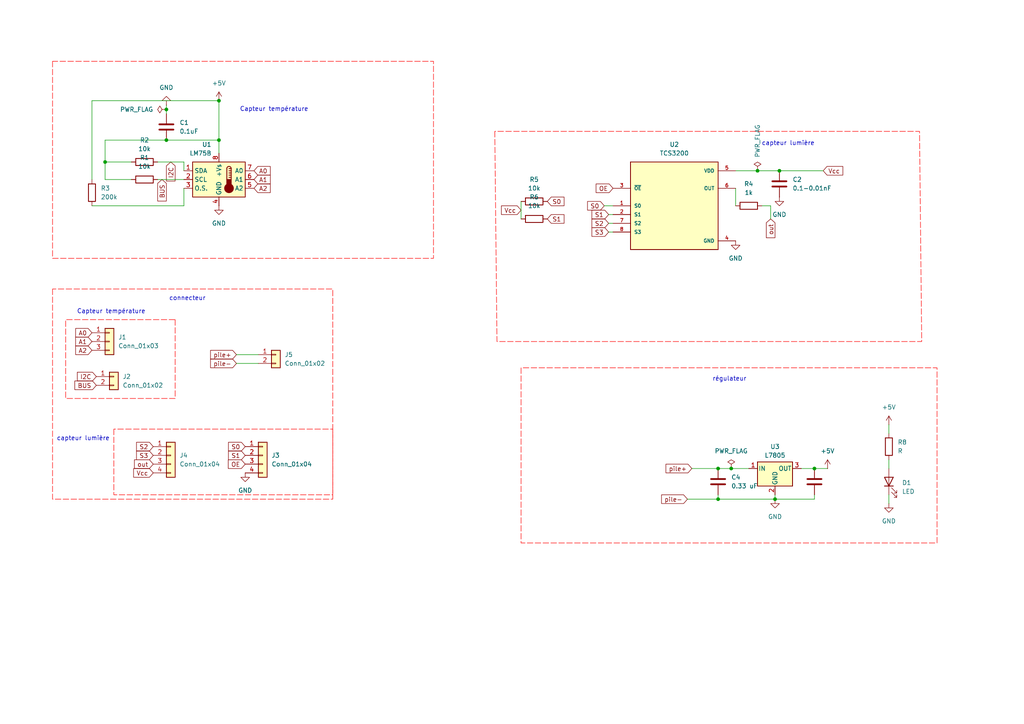
<source format=kicad_sch>
(kicad_sch (version 20250114) (generator "eeschema") (generator_version "9.0")
  (paper "A4")
  (lib_symbols
    (symbol "Connector_Generic:Conn_01x02" (pin_names (offset 1.016) (hide yes))
      (property "Reference" "J" (at 0 2.54 0))
      (property "Value" "Conn_01x02" (at 0 -5.08 0))
      (symbol "Conn_01x02_1_1"
        (rectangle (start -1.27 1.27) (end 1.27 -3.81) (stroke (width 0.254)) (fill (type background)))
        (rectangle (start -1.27 0.127) (end 0 -0.127) (stroke (width 0.1524)))
        (rectangle (start -1.27 -2.413) (end 0 -2.667) (stroke (width 0.1524)))
        (pin passive line (at -5.08 0 0) (length 3.81) (name "Pin_1") (number "1"))
        (pin passive line (at -5.08 -2.54 0) (length 3.81) (name "Pin_2") (number "2"))
      )
    )
    (symbol "Connector_Generic:Conn_01x03" (pin_names (offset 1.016) (hide yes))
      (property "Reference" "J" (at 0 5.08 0))
      (property "Value" "Conn_01x03" (at 0 -5.08 0))
      (symbol "Conn_01x03_1_1"
        (rectangle (start -1.27 3.81) (end 1.27 -3.81) (stroke (width 0.254)) (fill (type background)))
        (rectangle (start -1.27 2.667) (end 0 2.413) (stroke (width 0.1524)))
        (rectangle (start -1.27 0.127) (end 0 -0.127) (stroke (width 0.1524)))
        (rectangle (start -1.27 -2.413) (end 0 -2.667) (stroke (width 0.1524)))
        (pin passive line (at -5.08 2.54 0) (length 3.81) (name "Pin_1") (number "1"))
        (pin passive line (at -5.08 0 0) (length 3.81) (name "Pin_2") (number "2"))
        (pin passive line (at -5.08 -2.54 0) (length 3.81) (name "Pin_3") (number "3"))
      )
    )
    (symbol "Connector_Generic:Conn_01x04" (pin_names (offset 1.016) (hide yes))
      (property "Reference" "J" (at 0 5.08 0))
      (property "Value" "Conn_01x04" (at 0 -7.62 0))
      (symbol "Conn_01x04_1_1"
        (rectangle (start -1.27 3.81) (end 1.27 -6.35) (stroke (width 0.254)) (fill (type background)))
        (rectangle (start -1.27 2.667) (end 0 2.413) (stroke (width 0.1524)))
        (rectangle (start -1.27 0.127) (end 0 -0.127) (stroke (width 0.1524)))
        (rectangle (start -1.27 -2.413) (end 0 -2.667) (stroke (width 0.1524)))
        (rectangle (start -1.27 -4.953) (end 0 -5.207) (stroke (width 0.1524)))
        (pin passive line (at -5.08 2.54 0) (length 3.81) (name "Pin_1") (number "1"))
        (pin passive line (at -5.08 0 0) (length 3.81) (name "Pin_2") (number "2"))
        (pin passive line (at -5.08 -2.54 0) (length 3.81) (name "Pin_3") (number "3"))
        (pin passive line (at -5.08 -5.08 0) (length 3.81) (name "Pin_4") (number "4"))
      )
    )
    (symbol "Device:C" (pin_numbers (hide yes)) (pin_names (offset 0.254))
      (property "Reference" "C" (at 0.635 2.54 0))
      (property "Value" "C" (at 0.635 -2.54 0))
      (symbol "C_0_1"
        (polyline (pts (xy -2.032 0.762) (xy 2.032 0.762)) (stroke (width 0.508)))
        (polyline (pts (xy -2.032 -0.762) (xy 2.032 -0.762)) (stroke (width 0.508)))
      )
      (symbol "C_1_1"
        (pin passive line (at 0 3.81 270) (length 2.794) (name "~") (number "1"))
        (pin passive line (at 0 -3.81 90) (length 2.794) (name "~") (number "2"))
      )
    )
    (symbol "Device:LED" (pin_numbers (hide yes)) (pin_names (offset 1.016) (hide yes))
      (property "Reference" "D" (at 0 2.54 0))
      (property "Value" "LED" (at 0 -2.54 0))
      (symbol "LED_0_1"
        (polyline (pts (xy -3.048 -0.762) (xy -4.572 -2.286) (xy -3.81 -2.286) (xy -4.572 -2.286) (xy -4.572 -1.524)))
        (polyline (pts (xy -1.778 -0.762) (xy -3.302 -2.286) (xy -2.54 -2.286) (xy -3.302 -2.286) (xy -3.302 -1.524)))
        (polyline (pts (xy -1.27 0) (xy 1.27 0)))
        (polyline (pts (xy -1.27 -1.27) (xy -1.27 1.27)) (stroke (width 0.254)))
        (polyline (pts (xy 1.27 -1.27) (xy 1.27 1.27) (xy -1.27 0) (xy 1.27 -1.27)) (stroke (width 0.254)))
      )
      (symbol "LED_1_1"
        (pin passive line (at -3.81 0 0) (length 2.54) (name "K") (number "1"))
        (pin passive line (at 3.81 0 180) (length 2.54) (name "A") (number "2"))
      )
    )
    (symbol "Device:R" (pin_numbers (hide yes)) (pin_names (offset 0))
      (property "Reference" "R" (at 2.032 0 90))
      (property "Value" "R" (at 0 0 90))
      (symbol "R_0_1"
        (rectangle (start -1.016 -2.54) (end 1.016 2.54) (stroke (width 0.254)))
      )
      (symbol "R_1_1"
        (pin passive line (at 0 3.81 270) (length 1.27) (name "~") (number "1"))
        (pin passive line (at 0 -3.81 90) (length 1.27) (name "~") (number "2"))
      )
    )
    (symbol "Regulator_Linear:L7805" (pin_names (offset 0.254))
      (property "Reference" "U" (at -3.81 3.175 0))
      (property "Value" "L7805" (at 0 3.175 0))
      (symbol "L7805_0_1"
        (rectangle (start -5.08 1.905) (end 5.08 -5.08) (stroke (width 0.254)) (fill (type background)))
      )
      (symbol "L7805_1_1"
        (pin power_in line (at -7.62 0 0) (length 2.54) (name "IN") (number "1"))
        (pin power_in line (at 0 -7.62 90) (length 2.54) (name "GND") (number "2"))
        (pin power_out line (at 7.62 0 180) (length 2.54) (name "OUT") (number "3"))
      )
    )
    (symbol "Sensor_Temperature:LM75B"
      (property "Reference" "U" (at -6.35 11.43 0))
      (property "Value" "LM75B" (at 0 11.43 0))
      (symbol "LM75B_0_1"
        (rectangle (start -7.62 5.08) (end 7.62 -5.08) (stroke (width 0.254)) (fill (type background)))
        (polyline (pts (xy -3.556 3.175) (xy -3.556 0)) (stroke (width 0.254)))
        (polyline (pts (xy -3.556 3.175) (xy -2.921 3.175)) (stroke (width 0.254)))
        (polyline (pts (xy -3.556 2.54) (xy -2.921 2.54)) (stroke (width 0.254)))
        (polyline (pts (xy -3.556 1.905) (xy -2.921 1.905)) (stroke (width 0.254)))
        (polyline (pts (xy -3.556 1.27) (xy -2.921 1.27)) (stroke (width 0.254)))
        (polyline (pts (xy -3.556 0.635) (xy -2.921 0.635)) (stroke (width 0.254)))
        (rectangle (start -3.556 0) (end -2.286 -1.905) (stroke (width 0.254)) (fill (type outline)))
        (arc (start -3.556 3.175) (mid -2.921 3.8073) (end -2.286 3.175) (stroke (width 0.254)))
        (circle (center -2.921 -2.54) (radius 1.27) (stroke (width 0.254)) (fill (type outline)))
        (polyline (pts (xy -2.286 3.175) (xy -2.286 0)) (stroke (width 0.254)))
      )
      (symbol "LM75B_1_1"
        (pin input line (at -10.16 2.54 0) (length 2.54) (name "A0") (number "7"))
        (pin input line (at -10.16 0 0) (length 2.54) (name "A1") (number "6"))
        (pin input line (at -10.16 -2.54 0) (length 2.54) (name "A2") (number "5"))
        (pin power_in line (at 0 7.62 270) (length 2.54) (name "+Vs") (number "8"))
        (pin power_in line (at 0 -7.62 90) (length 2.54) (name "GND") (number "4"))
        (pin bidirectional line (at 10.16 2.54 180) (length 2.54) (name "SDA") (number "1"))
        (pin input line (at 10.16 0 180) (length 2.54) (name "SCL") (number "2"))
        (pin open_collector line (at 10.16 -2.54 180) (length 2.54) (name "O.S.") (number "3"))
      )
    )
    (symbol "TCS3200:TCS3200" (pin_names (offset 1.016))
      (property "Reference" "U" (at -12.7 13.7 0))
      (property "Value" "TCS3200" (at -12.7 -15.24 0))
      (symbol "TCS3200_0_0"
        (rectangle (start -12.7 -12.7) (end 12.7 12.7) (stroke (width 0.254)) (fill (type background)))
        (pin input line (at -17.78 5.08 0) (length 5.08) (name "~{OE}") (number "3"))
        (pin input line (at -17.78 0 0) (length 5.08) (name "S0") (number "1"))
        (pin input line (at -17.78 -2.54 0) (length 5.08) (name "S1") (number "2"))
        (pin input line (at -17.78 -5.08 0) (length 5.08) (name "S2") (number "7"))
        (pin input line (at -17.78 -7.62 0) (length 5.08) (name "S3") (number "8"))
        (pin power_in line (at 17.78 10.16 180) (length 5.08) (name "VDD") (number "5"))
        (pin output line (at 17.78 5.08 180) (length 5.08) (name "OUT") (number "6"))
        (pin power_in line (at 17.78 -10.16 180) (length 5.08) (name "GND") (number "4"))
      )
    )
    (symbol "power:+5V" (power) (pin_numbers (hide yes)) (pin_names (offset 0) (hide yes))
      (property "Value" "+5V" (at 0 3.556 0))
      (symbol "+5V_0_1"
        (polyline (pts (xy -0.762 1.27) (xy 0 2.54)))
        (polyline (pts (xy 0 2.54) (xy 0.762 1.27)))
        (polyline (pts (xy 0 0) (xy 0 2.54)))
      )
      (symbol "+5V_1_1"
        (pin power_in line (at 0 0 90) (length 0) (name "~") (number "1"))
      )
    )
    (symbol "power:GND" (power) (pin_numbers (hide yes)) (pin_names (offset 0) (hide yes))
      (property "Value" "GND" (at 0 -3.81 0))
      (symbol "GND_0_1"
        (polyline (pts (xy 0 0) (xy 0 -1.27) (xy 1.27 -1.27) (xy 0 -2.54) (xy -1.27 -1.27) (xy 0 -1.27)))
      )
      (symbol "GND_1_1"
        (pin power_in line (at 0 0 270) (length 0) (name "~") (number "1"))
      )
    )
    (symbol "power:PWR_FLAG" (power) (pin_numbers (hide yes)) (pin_names (offset 0) (hide yes))
      (property "Value" "PWR_FLAG" (at 0 3.81 0))
      (symbol "PWR_FLAG_0_0"
        (pin power_out line (at 0 0 90) (length 0) (name "~") (number "1"))
      )
      (symbol "PWR_FLAG_0_1"
        (polyline (pts (xy 0 0) (xy 0 1.27) (xy -1.016 1.905) (xy 0 2.54) (xy 1.016 1.905) (xy 0 1.27)))
      )
    )
  )
  (text "régulateur\n" (at 211.582 109.982 0) (effects (font (size 1.27 1.27))))
  (text "capteur lumière\n" (at 24.13 127.254 0) (effects (font (size 1.27 1.27))))
  (text "capteur lumière\n" (at 228.6 41.656 0) (effects (font (size 1.27 1.27))))
  (text "Capteur température\n" (at 32.258 90.424 0) (effects (font (size 1.27 1.27))))
  (text "connecteur\n" (at 54.356 86.614 0) (effects (font (size 1.27 1.27))))
  (text "Capteur température\n" (at 79.502 31.75 0) (effects (font (size 1.27 1.27))))
  (junction (at 208.28 144.78))
  (junction (at 48.26 31.75))
  (junction (at 219.71 49.53))
  (junction (at 48.26 40.64))
  (junction (at 63.5 29.21))
  (junction (at 30.48 46.99))
  (junction (at 224.79 144.78))
  (junction (at 63.5 40.64))
  (junction (at 236.22 135.89))
  (junction (at 208.28 135.89))
  (junction (at 226.06 49.53))
  (junction (at 212.09 135.89))
  (wire (pts (xy 48.26 30.48) (xy 48.26 31.75)))
  (wire (pts (xy 30.48 46.99) (xy 30.48 40.64)))
  (wire (pts (xy 175.26 59.69) (xy 177.8 59.69)))
  (wire (pts (xy 223.52 59.69) (xy 220.98 59.69)))
  (wire (pts (xy 53.34 59.69) (xy 53.34 54.61)))
  (wire (pts (xy 30.48 40.64) (xy 48.26 40.64)))
  (wire (pts (xy 176.53 64.77) (xy 177.8 64.77)))
  (wire (pts (xy 208.28 135.89) (xy 212.09 135.89)))
  (wire (pts (xy 48.26 31.75) (xy 48.26 33.02)))
  (wire (pts (xy 224.79 144.78) (xy 224.79 143.51)))
  (wire (pts (xy 68.58 105.41) (xy 74.93 105.41)))
  (wire (pts (xy 45.72 52.07) (xy 53.34 52.07)))
  (wire (pts (xy 236.22 143.51) (xy 236.22 144.78)))
  (wire (pts (xy 257.81 146.05) (xy 257.81 143.51)))
  (wire (pts (xy 53.34 46.99) (xy 53.34 49.53)))
  (wire (pts (xy 45.72 46.99) (xy 53.34 46.99)))
  (wire (pts (xy 63.5 29.21) (xy 63.5 40.64)))
  (wire (pts (xy 208.28 143.51) (xy 208.28 144.78)))
  (wire (pts (xy 26.67 29.21) (xy 63.5 29.21)))
  (wire (pts (xy 176.53 62.23) (xy 177.8 62.23)))
  (wire (pts (xy 151.13 58.42) (xy 151.13 63.5)))
  (wire (pts (xy 176.53 67.31) (xy 177.8 67.31)))
  (wire (pts (xy 223.52 63.5) (xy 223.52 59.69)))
  (wire (pts (xy 200.66 135.89) (xy 208.28 135.89)))
  (wire (pts (xy 213.36 59.69) (xy 213.36 54.61)))
  (wire (pts (xy 257.81 133.35) (xy 257.81 135.89)))
  (wire (pts (xy 208.28 144.78) (xy 224.79 144.78)))
  (wire (pts (xy 219.71 49.53) (xy 213.36 49.53)))
  (wire (pts (xy 257.81 123.19) (xy 257.81 125.73)))
  (wire (pts (xy 30.48 52.07) (xy 30.48 46.99)))
  (wire (pts (xy 199.39 144.78) (xy 208.28 144.78)))
  (wire (pts (xy 26.67 59.69) (xy 53.34 59.69)))
  (wire (pts (xy 38.1 52.07) (xy 30.48 52.07)))
  (wire (pts (xy 30.48 46.99) (xy 38.1 46.99)))
  (wire (pts (xy 236.22 144.78) (xy 224.79 144.78)))
  (wire (pts (xy 68.58 102.87) (xy 74.93 102.87)))
  (wire (pts (xy 236.22 135.89) (xy 240.03 135.89)))
  (wire (pts (xy 226.06 49.53) (xy 219.71 49.53)))
  (wire (pts (xy 212.09 135.89) (xy 217.17 135.89)))
  (wire (pts (xy 238.76 49.53) (xy 226.06 49.53)))
  (wire (pts (xy 26.67 52.07) (xy 26.67 29.21)))
  (wire (pts (xy 48.26 40.64) (xy 63.5 40.64)))
  (wire (pts (xy 232.41 135.89) (xy 236.22 135.89)))
  (wire (pts (xy 63.5 40.64) (xy 63.5 44.45)))
  (global_label "S1" (shape input) (at 176.53 62.23 180) (property "Intersheetrefs" "${INTERSHEET_REFS}" (effects (hide yes))))
  (global_label "A1" (shape input) (at 26.67 99.06 180) (property "Intersheetrefs" "${INTERSHEET_REFS}" (effects (hide yes))))
  (global_label "BUS" (shape input) (at 27.94 111.76 180) (property "Intersheetrefs" "${INTERSHEET_REFS}" (effects (hide yes))))
  (global_label "S1" (shape input) (at 158.75 63.5 0) (property "Intersheetrefs" "${INTERSHEET_REFS}" (effects (hide yes))))
  (global_label "S2" (shape input) (at 44.45 129.54 180) (property "Intersheetrefs" "${INTERSHEET_REFS}" (effects (hide yes))))
  (global_label "pile+" (shape input) (at 68.58 102.87 180) (property "Intersheetrefs" "${INTERSHEET_REFS}" (effects (hide yes))))
  (global_label "Vcc" (shape input) (at 44.45 137.16 180) (property "Intersheetrefs" "${INTERSHEET_REFS}" (effects (hide yes))))
  (global_label "S3" (shape input) (at 176.53 67.31 180) (property "Intersheetrefs" "${INTERSHEET_REFS}" (effects (hide yes))))
  (global_label "S0" (shape input) (at 71.12 129.54 180) (property "Intersheetrefs" "${INTERSHEET_REFS}" (effects (hide yes))))
  (global_label "A2" (shape input) (at 26.67 101.6 180) (property "Intersheetrefs" "${INTERSHEET_REFS}" (effects (hide yes))))
  (global_label "I2C" (shape input) (at 27.94 109.22 180) (property "Intersheetrefs" "${INTERSHEET_REFS}" (effects (hide yes))))
  (global_label "A0" (shape input) (at 73.66 49.53 0) (property "Intersheetrefs" "${INTERSHEET_REFS}" (effects (hide yes))))
  (global_label "S1" (shape input) (at 71.12 132.08 180) (property "Intersheetrefs" "${INTERSHEET_REFS}" (effects (hide yes))))
  (global_label "A0" (shape input) (at 26.67 96.52 180) (property "Intersheetrefs" "${INTERSHEET_REFS}" (effects (hide yes))))
  (global_label "OE" (shape input) (at 71.12 134.62 180) (property "Intersheetrefs" "${INTERSHEET_REFS}" (effects (hide yes))))
  (global_label "pile-" (shape input) (at 68.58 105.41 180) (property "Intersheetrefs" "${INTERSHEET_REFS}" (effects (hide yes))))
  (global_label "OE" (shape input) (at 177.8 54.61 180) (property "Intersheetrefs" "${INTERSHEET_REFS}" (effects (hide yes))))
  (global_label "S2" (shape input) (at 176.53 64.77 180) (property "Intersheetrefs" "${INTERSHEET_REFS}" (effects (hide yes))))
  (global_label "pile+" (shape input) (at 200.66 135.89 180) (property "Intersheetrefs" "${INTERSHEET_REFS}" (effects (hide yes))))
  (global_label "pile-" (shape input) (at 199.39 144.78 180) (property "Intersheetrefs" "${INTERSHEET_REFS}" (effects (hide yes))))
  (global_label "out" (shape input) (at 44.45 134.62 180) (property "Intersheetrefs" "${INTERSHEET_REFS}" (effects (hide yes))))
  (global_label "S3" (shape input) (at 44.45 132.08 180) (property "Intersheetrefs" "${INTERSHEET_REFS}" (effects (hide yes))))
  (global_label "BUS" (shape input) (at 46.99 52.07 270) (property "Intersheetrefs" "${INTERSHEET_REFS}" (effects (hide yes))))
  (global_label "S0" (shape input) (at 158.75 58.42 0) (property "Intersheetrefs" "${INTERSHEET_REFS}" (effects (hide yes))))
  (global_label "S0" (shape input) (at 175.26 59.69 180) (property "Intersheetrefs" "${INTERSHEET_REFS}" (effects (hide yes))))
  (global_label "Vcc" (shape input) (at 151.13 60.96 180) (property "Intersheetrefs" "${INTERSHEET_REFS}" (effects (hide yes))))
  (global_label "I2C" (shape input) (at 49.53 46.99 270) (property "Intersheetrefs" "${INTERSHEET_REFS}" (effects (hide yes))))
  (global_label "A2" (shape input) (at 73.66 54.61 0) (property "Intersheetrefs" "${INTERSHEET_REFS}" (effects (hide yes))))
  (global_label "Vcc" (shape input) (at 238.76 49.53 0) (property "Intersheetrefs" "${INTERSHEET_REFS}" (effects (hide yes))))
  (global_label "out" (shape input) (at 223.52 63.5 270) (property "Intersheetrefs" "${INTERSHEET_REFS}" (effects (hide yes))))
  (global_label "A1" (shape input) (at 73.66 52.07 0) (property "Intersheetrefs" "${INTERSHEET_REFS}" (effects (hide yes))))
  (rule_area (polyline (pts (xy 33.02 124.46) (xy 33.02 143.51) (xy 96.52 143.51) (xy 96.52 124.46)) (stroke (width 0) (type dash))))
  (rule_area (polyline (pts (xy 50.8 92.71) (xy 50.8 115.57) (xy 19.05 115.57) (xy 19.05 92.71)) (stroke (width 0) (type dash))))
  (rule_area (polyline (pts (xy 15.24 83.82) (xy 15.24 144.78) (xy 96.52 144.78) (xy 96.52 83.82)) (stroke (width 0) (type dash))))
  (rule_area (polyline (pts (xy 15.24 17.78) (xy 15.24 74.93) (xy 124.46 74.93) (xy 125.73 74.93) (xy 125.73 17.78)) (stroke (width 0) (type dash))))
  (rule_area (polyline (pts (xy 151.13 106.68) (xy 151.13 157.48) (xy 271.78 157.48) (xy 271.78 106.68)) (stroke (width 0) (type dash))))
  (rule_area (polyline (pts (xy 143.51 38.1) (xy 144.145 99.06) (xy 267.335 99.06) (xy 266.7 38.1)) (stroke (width 0) (type dash))))
  (symbol (lib_id "Device:C") (at 48.26 36.83 0) (unit 1)
    (property "Reference" "C1" (at 52.07 35.5599 0) (effects (justify left)))
    (property "Value" "0.1uF" (at 52.07 38.0999 0) (effects (justify left)))
    (property "Description" "Unpolarized capacitor" (effects (hide yes)))
  )
  (symbol (lib_id "Device:R") (at 41.91 52.07 90) (unit 1)
    (property "Reference" "R1" (at 41.91 45.72 90))
    (property "Value" "10k" (at 41.91 48.26 90))
    (property "Description" "Resistor" (effects (hide yes)))
  )
  (symbol (lib_id "Device:R") (at 154.94 58.42 90) (unit 1)
    (property "Reference" "R5" (at 154.94 52.07 90))
    (property "Value" "10k" (at 154.94 54.61 90))
    (property "Description" "Resistor" (effects (hide yes)))
  )
  (symbol (lib_id "power:GND") (at 48.26 30.48 180) (unit 1)
    (property "Reference" "#PWR01" (effects (hide yes)))
    (property "Value" "GND" (at 48.26 25.4 0))
    (property "Description" "Power symbol creates a global label with name \"GND\" , ground" (effects (hide yes)))
  )
  (symbol (lib_id "Connector_Generic:Conn_01x02") (at 33.02 109.22 0) (unit 1)
    (property "Reference" "J2" (at 35.56 109.2199 0) (effects (justify left)))
    (property "Value" "Conn_01x02" (at 35.56 111.7599 0) (effects (justify left)))
    (property "Description" "Generic connector, single row, 01x02, script generated (kicad-library-utils/schlib/autogen/connector/)" (effects (hide yes)))
  )
  (symbol (lib_id "Device:R") (at 41.91 46.99 90) (unit 1)
    (property "Reference" "R2" (at 41.91 40.64 90))
    (property "Value" "10k" (at 41.91 43.18 90))
    (property "Description" "Resistor" (effects (hide yes)))
  )
  (symbol (lib_id "power:PWR_FLAG") (at 219.71 49.53 0) (mirror y) (unit 1)
    (property "Reference" "#FLG03" (effects (hide yes)))
    (property "Value" "PWR_FLAG" (at 219.7099 45.72 90) (effects (justify left)))
    (property "Description" "Special symbol for telling ERC where power comes from" (effects (hide yes)))
  )
  (symbol (lib_id "Connector_Generic:Conn_01x02") (at 80.01 102.87 0) (unit 1)
    (property "Reference" "J5" (at 82.55 102.8699 0) (effects (justify left)))
    (property "Value" "Conn_01x02" (at 82.55 105.4099 0) (effects (justify left)))
    (property "Description" "Generic connector, single row, 01x02, script generated (kicad-library-utils/schlib/autogen/connector/)" (effects (hide yes)))
  )
  (symbol (lib_id "Device:R") (at 217.17 59.69 90) (unit 1)
    (property "Reference" "R4" (at 217.17 53.34 90))
    (property "Value" "1k" (at 217.17 55.88 90))
    (property "Description" "Resistor" (effects (hide yes)))
  )
  (symbol (lib_id "Connector_Generic:Conn_01x03") (at 31.75 99.06 0) (unit 1)
    (property "Reference" "J1" (at 34.29 97.7899 0) (effects (justify left)))
    (property "Value" "Conn_01x03" (at 34.29 100.3299 0) (effects (justify left)))
    (property "Description" "Generic connector, single row, 01x03, script generated (kicad-library-utils/schlib/autogen/connector/)" (effects (hide yes)))
  )
  (symbol (lib_id "Connector_Generic:Conn_01x04") (at 49.53 132.08 0) (unit 1)
    (property "Reference" "J4" (at 52.07 132.0799 0) (effects (justify left)))
    (property "Value" "Conn_01x04" (at 52.07 134.6199 0) (effects (justify left)))
    (property "Description" "Generic connector, single row, 01x04, script generated (kicad-library-utils/schlib/autogen/connector/)" (effects (hide yes)))
  )
  (symbol (lib_id "power:PWR_FLAG") (at 212.09 135.89 0) (unit 1)
    (property "Reference" "#FLG01" (effects (hide yes)))
    (property "Value" "PWR_FLAG" (at 212.09 130.81 0))
    (property "Description" "Special symbol for telling ERC where power comes from" (effects (hide yes)))
  )
  (symbol (lib_id "power:GND") (at 213.36 69.85 0) (unit 1)
    (property "Reference" "#PWR06" (effects (hide yes)))
    (property "Value" "GND" (at 213.36 74.93 0))
    (property "Description" "Power symbol creates a global label with name \"GND\" , ground" (effects (hide yes)))
  )
  (symbol (lib_id "power:GND") (at 257.81 146.05 0) (unit 1)
    (property "Reference" "#PWR010" (effects (hide yes)))
    (property "Value" "GND" (at 257.81 151.13 0))
    (property "Description" "Power symbol creates a global label with name \"GND\" , ground" (effects (hide yes)))
  )
  (symbol (lib_id "Device:LED") (at 257.81 139.7 90) (unit 1)
    (property "Reference" "D1" (at 261.62 140.0174 90) (effects (justify right)))
    (property "Value" "LED" (at 261.62 142.5574 90) (effects (justify right)))
    (property "Description" "Light emitting diode" (effects (hide yes)))
    (property "Sim.Pins" "1=K 2=A" (effects (hide yes)))
  )
  (symbol (lib_id "power:+5V") (at 240.03 135.89 0) (unit 1)
    (property "Reference" "#PWR09" (effects (hide yes)))
    (property "Value" "+5V" (at 240.03 130.81 0))
    (property "Description" "Power symbol creates a global label with name \"+5V\"" (effects (hide yes)))
  )
  (symbol (lib_id "TCS3200:TCS3200") (at 195.58 59.69 0) (unit 1)
    (property "Reference" "U2" (at 195.58 41.91 0))
    (property "Value" "TCS3200" (at 195.58 44.45 0))
    (property "Footprint" "TCS3200:SOIC127P600X175-8N" (effects (hide yes)))
    (property "MF" "ams" (effects (hide yes)))
    (property "Description_1" "Light to Frequency Ambient Light Sensor Digital 5V 8-Pin SOIC T/R" (effects (hide yes)))
    (property "Package" "SOIC-8 ams" (effects (hide yes)))
    (property "Price" "None" (effects (hide yes)))
    (property "SnapEDA_Link" "https://www.snapeda.com/parts/TCS3200/ams/view-part/?ref=snap" (effects (hide yes)))
    (property "MP" "TCS3200" (effects (hide yes)))
    (property "Availability" "Not in stock" (effects (hide yes)))
    (property "Check_prices" "https://www.snapeda.com/parts/TCS3200/ams/view-part/?ref=eda" (effects (hide yes)))
  )
  (symbol (lib_id "Device:R") (at 257.81 129.54 180) (unit 1)
    (property "Reference" "R8" (at 260.35 128.2699 0) (effects (justify right)))
    (property "Value" "R" (at 260.35 130.8099 0) (effects (justify right)))
    (property "Description" "Resistor" (effects (hide yes)))
  )
  (symbol (lib_id "power:GND") (at 71.12 137.16 0) (unit 1)
    (property "Reference" "#PWR08" (effects (hide yes)))
    (property "Value" "GND" (at 71.12 142.24 0))
    (property "Description" "Power symbol creates a global label with name \"GND\" , ground" (effects (hide yes)))
  )
  (symbol (lib_id "Device:C") (at 226.06 53.34 0) (unit 1)
    (property "Reference" "C2" (at 229.87 52.0699 0) (effects (justify left)))
    (property "Value" "0.1-0.01nF" (at 229.87 54.6099 0) (effects (justify left)))
    (property "Description" "Unpolarized capacitor" (effects (hide yes)))
  )
  (symbol (lib_id "Device:R") (at 154.94 63.5 90) (unit 1)
    (property "Reference" "R6" (at 154.94 57.15 90))
    (property "Value" "10k" (at 154.94 59.69 90))
    (property "Description" "Resistor" (effects (hide yes)))
  )
  (symbol (lib_id "Sensor_Temperature:LM75B") (at 63.5 52.07 0) (mirror y) (unit 1)
    (property "Reference" "U1" (at 61.3567 41.91 0) (effects (justify left)))
    (property "Value" "LM75B" (at 61.3567 44.45 0) (effects (justify left)))
    (property "Datasheet" "http://www.ti.com/lit/ds/symlink/lm75b.pdf" (effects (hide yes)))
    (property "Description" "Digital Temperature Sensor & Thermal Watchdog with LP on I2C and bus fault timeout, SOIC-8 and VSSOP-8" (effects (hide yes)))
  )
  (symbol (lib_id "Device:C") (at 208.28 139.7 0) (unit 1)
    (property "Reference" "C4" (at 212.09 138.4299 0) (effects (justify left)))
    (property "Value" "0.33 uF" (at 212.09 140.9699 0) (effects (justify left)))
    (property "Description" "Unpolarized capacitor" (effects (hide yes)))
  )
  (symbol (lib_id "power:+5V") (at 257.81 123.19 0) (unit 1)
    (property "Reference" "#PWR07" (effects (hide yes)))
    (property "Value" "+5V" (at 257.81 118.11 0))
    (property "Description" "Power symbol creates a global label with name \"+5V\"" (effects (hide yes)))
  )
  (symbol (lib_id "power:PWR_FLAG") (at 48.26 31.75 90) (unit 1)
    (property "Reference" "#FLG02" (effects (hide yes)))
    (property "Value" "PWR_FLAG" (at 44.45 31.7499 90) (effects (justify left)))
    (property "Description" "Special symbol for telling ERC where power comes from" (effects (hide yes)))
  )
  (symbol (lib_id "Device:C") (at 236.22 139.7 0) (unit 1)
    (property "Reference" "C3" (effects (hide yes)))
    (property "Value" "0.1uF" (effects (hide yes)))
    (property "Description" "Unpolarized capacitor" (effects (hide yes)))
  )
  (symbol (lib_id "power:GND") (at 226.06 57.15 0) (unit 1)
    (property "Reference" "#PWR05" (effects (hide yes)))
    (property "Value" "GND" (at 226.06 62.23 0))
    (property "Description" "Power symbol creates a global label with name \"GND\" , ground" (effects (hide yes)))
  )
  (symbol (lib_id "Regulator_Linear:L7805") (at 224.79 135.89 0) (unit 1)
    (property "Reference" "U3" (at 224.79 129.54 0))
    (property "Value" "L7805" (at 224.79 132.08 0))
    (property "Datasheet" "http://www.st.com/content/ccc/resource/technical/document/datasheet/41/4f/b3/b0/12/d4/47/88/CD00000444.pdf/files/CD00000444.pdf/jcr:content/translations/en.CD00000444.pdf" (effects (hide yes)))
    (property "Description" "Positive 1.5A 35V Linear Regulator, Fixed Output 5V, TO-220/TO-263/TO-252" (effects (hide yes)))
  )
  (symbol (lib_id "Connector_Generic:Conn_01x04") (at 76.2 132.08 0) (unit 1)
    (property "Reference" "J3" (at 78.74 132.0799 0) (effects (justify left)))
    (property "Value" "Conn_01x04" (at 78.74 134.6199 0) (effects (justify left)))
    (property "Description" "Generic connector, single row, 01x04, script generated (kicad-library-utils/schlib/autogen/connector/)" (effects (hide yes)))
  )
  (symbol (lib_id "power:GND") (at 224.79 144.78 0) (unit 1)
    (property "Reference" "#PWR02" (effects (hide yes)))
    (property "Value" "GND" (at 224.79 149.86 0))
    (property "Description" "Power symbol creates a global label with name \"GND\" , ground" (effects (hide yes)))
  )
  (symbol (lib_id "Device:R") (at 26.67 55.88 0) (unit 1)
    (property "Reference" "R3" (at 29.21 54.6099 0) (effects (justify left)))
    (property "Value" "200k" (at 29.21 57.1499 0) (effects (justify left)))
    (property "Description" "Resistor" (effects (hide yes)))
  )
  (symbol (lib_id "power:+5V") (at 63.5 29.21 0) (unit 1)
    (property "Reference" "#PWR04" (effects (hide yes)))
    (property "Value" "+5V" (at 63.5 24.13 0))
    (property "Description" "Power symbol creates a global label with name \"+5V\"" (effects (hide yes)))
  )
  (symbol (lib_id "power:GND") (at 63.5 59.69 0) (unit 1)
    (property "Reference" "#PWR03" (effects (hide yes)))
    (property "Value" "GND" (at 63.5 64.77 0))
    (property "Description" "Power symbol creates a global label with name \"GND\" , ground" (effects (hide yes)))
  )
)
</source>
